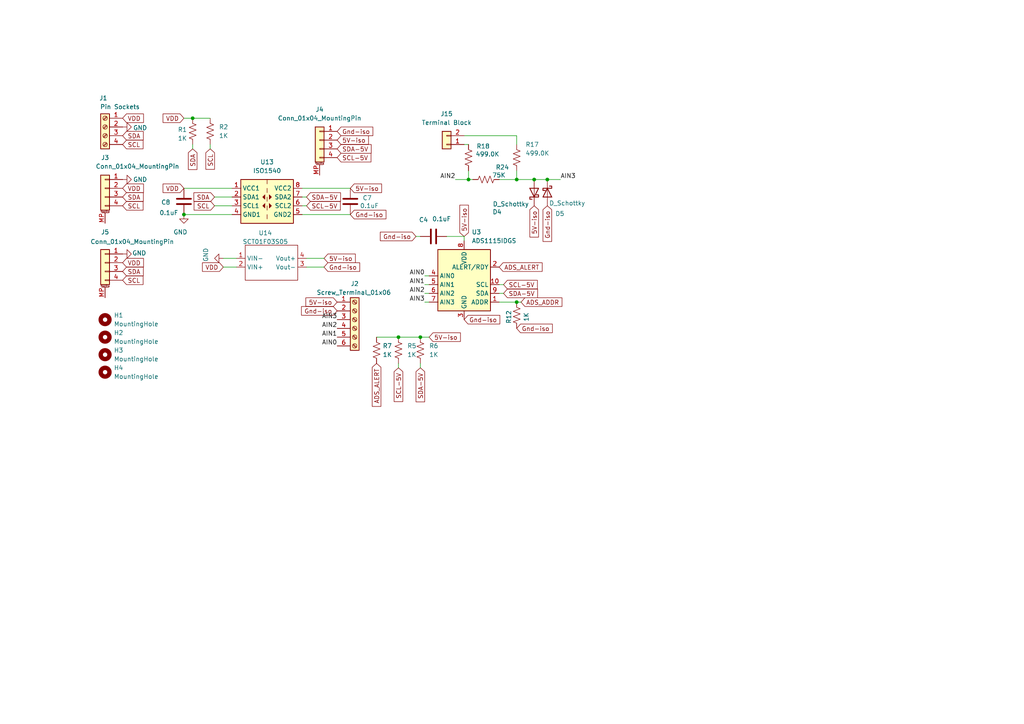
<source format=kicad_sch>
(kicad_sch (version 20250114) (generator "eeschema") (generator_version "9.0")
  (paper "A4")
  (lib_symbols
    (symbol "Analog_ADC:ADS1115IDGS"
      (property "Reference" "U" (at 2.54 13.97 0))
      (property "Value" "ADS1115IDGS" (at 7.62 11.43 0))
      (symbol "ADS1115IDGS_0_1"
        (rectangle (start -7.62 10.16) (end 7.62 -7.62) (stroke (width 0.254)) (fill (type background)))
      )
      (symbol "ADS1115IDGS_1_1"
        (pin input line (at -10.16 2.54 0) (length 2.54) (name "AIN0") (number "4"))
        (pin input line (at -10.16 0 0) (length 2.54) (name "AIN1") (number "5"))
        (pin input line (at -10.16 -2.54 0) (length 2.54) (name "AIN2") (number "6"))
        (pin input line (at -10.16 -5.08 0) (length 2.54) (name "AIN3") (number "7"))
        (pin power_in line (at 0 12.7 270) (length 2.54) (name "VDD") (number "8"))
        (pin power_in line (at 0 -10.16 90) (length 2.54) (name "GND") (number "3"))
        (pin output line (at 10.16 5.08 180) (length 2.54) (name "ALERT/RDY") (number "2"))
        (pin input line (at 10.16 0 180) (length 2.54) (name "SCL") (number "10"))
        (pin bidirectional line (at 10.16 -2.54 180) (length 2.54) (name "SDA") (number "9"))
        (pin input line (at 10.16 -5.08 180) (length 2.54) (name "ADDR") (number "1"))
      )
    )
    (symbol "Connector:Screw_Terminal_01x04" (pin_names (offset 1.016) (hide yes))
      (property "Reference" "J" (at 0 5.08 0))
      (property "Value" "Screw_Terminal_01x04" (at 0 -7.62 0))
      (symbol "Screw_Terminal_01x04_1_1"
        (rectangle (start -1.27 3.81) (end 1.27 -6.35) (stroke (width 0.254)) (fill (type background)))
        (polyline (pts (xy -0.5334 2.8702) (xy 0.3302 2.032)) (stroke (width 0.1524)))
        (polyline (pts (xy -0.5334 0.3302) (xy 0.3302 -0.508)) (stroke (width 0.1524)))
        (polyline (pts (xy -0.5334 -2.2098) (xy 0.3302 -3.048)) (stroke (width 0.1524)))
        (polyline (pts (xy -0.5334 -4.7498) (xy 0.3302 -5.588)) (stroke (width 0.1524)))
        (polyline (pts (xy -0.3556 3.048) (xy 0.508 2.2098)) (stroke (width 0.1524)))
        (polyline (pts (xy -0.3556 0.508) (xy 0.508 -0.3302)) (stroke (width 0.1524)))
        (polyline (pts (xy -0.3556 -2.032) (xy 0.508 -2.8702)) (stroke (width 0.1524)))
        (polyline (pts (xy -0.3556 -4.572) (xy 0.508 -5.4102)) (stroke (width 0.1524)))
        (circle (center 0 2.54) (radius 0.635) (stroke (width 0.1524)))
        (circle (center 0 0) (radius 0.635) (stroke (width 0.1524)))
        (circle (center 0 -2.54) (radius 0.635) (stroke (width 0.1524)))
        (circle (center 0 -5.08) (radius 0.635) (stroke (width 0.1524)))
        (pin passive line (at -5.08 2.54 0) (length 3.81) (name "Pin_1") (number "1"))
        (pin passive line (at -5.08 0 0) (length 3.81) (name "Pin_2") (number "2"))
        (pin passive line (at -5.08 -2.54 0) (length 3.81) (name "Pin_3") (number "3"))
        (pin passive line (at -5.08 -5.08 0) (length 3.81) (name "Pin_4") (number "4"))
      )
    )
    (symbol "Connector:Screw_Terminal_01x06" (pin_names (offset 1.016) (hide yes))
      (property "Reference" "J" (at 0 7.62 0))
      (property "Value" "Screw_Terminal_01x06" (at 0 -10.16 0))
      (symbol "Screw_Terminal_01x06_1_1"
        (rectangle (start -1.27 6.35) (end 1.27 -8.89) (stroke (width 0.254)) (fill (type background)))
        (polyline (pts (xy -0.5334 5.4102) (xy 0.3302 4.572)) (stroke (width 0.1524)))
        (polyline (pts (xy -0.5334 2.8702) (xy 0.3302 2.032)) (stroke (width 0.1524)))
        (polyline (pts (xy -0.5334 0.3302) (xy 0.3302 -0.508)) (stroke (width 0.1524)))
        (polyline (pts (xy -0.5334 -2.2098) (xy 0.3302 -3.048)) (stroke (width 0.1524)))
        (polyline (pts (xy -0.5334 -4.7498) (xy 0.3302 -5.588)) (stroke (width 0.1524)))
        (polyline (pts (xy -0.5334 -7.2898) (xy 0.3302 -8.128)) (stroke (width 0.1524)))
        (polyline (pts (xy -0.3556 5.588) (xy 0.508 4.7498)) (stroke (width 0.1524)))
        (polyline (pts (xy -0.3556 3.048) (xy 0.508 2.2098)) (stroke (width 0.1524)))
        (polyline (pts (xy -0.3556 0.508) (xy 0.508 -0.3302)) (stroke (width 0.1524)))
        (polyline (pts (xy -0.3556 -2.032) (xy 0.508 -2.8702)) (stroke (width 0.1524)))
        (polyline (pts (xy -0.3556 -4.572) (xy 0.508 -5.4102)) (stroke (width 0.1524)))
        (polyline (pts (xy -0.3556 -7.112) (xy 0.508 -7.9502)) (stroke (width 0.1524)))
        (circle (center 0 5.08) (radius 0.635) (stroke (width 0.1524)))
        (circle (center 0 2.54) (radius 0.635) (stroke (width 0.1524)))
        (circle (center 0 0) (radius 0.635) (stroke (width 0.1524)))
        (circle (center 0 -2.54) (radius 0.635) (stroke (width 0.1524)))
        (circle (center 0 -5.08) (radius 0.635) (stroke (width 0.1524)))
        (circle (center 0 -7.62) (radius 0.635) (stroke (width 0.1524)))
        (pin passive line (at -5.08 5.08 0) (length 3.81) (name "Pin_1") (number "1"))
        (pin passive line (at -5.08 2.54 0) (length 3.81) (name "Pin_2") (number "2"))
        (pin passive line (at -5.08 0 0) (length 3.81) (name "Pin_3") (number "3"))
        (pin passive line (at -5.08 -2.54 0) (length 3.81) (name "Pin_4") (number "4"))
        (pin passive line (at -5.08 -5.08 0) (length 3.81) (name "Pin_5") (number "5"))
        (pin passive line (at -5.08 -7.62 0) (length 3.81) (name "Pin_6") (number "6"))
      )
    )
    (symbol "Connector_Generic:Conn_01x02" (pin_names (offset 1.016) (hide yes))
      (property "Reference" "J" (at 0 2.54 0))
      (property "Value" "Conn_01x02" (at 0 -5.08 0))
      (symbol "Conn_01x02_1_1"
        (rectangle (start -1.27 1.27) (end 1.27 -3.81) (stroke (width 0.254)) (fill (type background)))
        (rectangle (start -1.27 0.127) (end 0 -0.127) (stroke (width 0.1524)))
        (rectangle (start -1.27 -2.413) (end 0 -2.667) (stroke (width 0.1524)))
        (pin passive line (at -5.08 0 0) (length 3.81) (name "Pin_1") (number "1"))
        (pin passive line (at -5.08 -2.54 0) (length 3.81) (name "Pin_2") (number "2"))
      )
    )
    (symbol "Connector_Generic_MountingPin:Conn_01x04_MountingPin" (pin_names (offset 1.016) (hide yes))
      (property "Reference" "J" (at 0 5.08 0))
      (property "Value" "Conn_01x04_MountingPin" (at 1.27 -7.62 0))
      (symbol "Conn_01x04_MountingPin_1_1"
        (rectangle (start -1.27 3.81) (end 1.27 -6.35) (stroke (width 0.254)) (fill (type background)))
        (rectangle (start -1.27 2.667) (end 0 2.413) (stroke (width 0.1524)))
        (rectangle (start -1.27 0.127) (end 0 -0.127) (stroke (width 0.1524)))
        (rectangle (start -1.27 -2.413) (end 0 -2.667) (stroke (width 0.1524)))
        (rectangle (start -1.27 -4.953) (end 0 -5.207) (stroke (width 0.1524)))
        (polyline (pts (xy -1.016 -7.112) (xy 1.016 -7.112)) (stroke (width 0.1524)))
        (text "Mounting" (at 0 -6.731 0) (effects (font (size 0.381 0.381))))
        (pin passive line (at -5.08 2.54 0) (length 3.81) (name "Pin_1") (number "1"))
        (pin passive line (at -5.08 0 0) (length 3.81) (name "Pin_2") (number "2"))
        (pin passive line (at -5.08 -2.54 0) (length 3.81) (name "Pin_3") (number "3"))
        (pin passive line (at -5.08 -5.08 0) (length 3.81) (name "Pin_4") (number "4"))
        (pin passive line (at 0 -10.16 90) (length 3.048) (name "MountPin") (number "MP"))
      )
    )
    (symbol "CustomAdded:RFM_0505"
      (property "Reference" "U" (at 0 0 0))
      (property "Value" "RFM-0505S" (at 0 0 0))
      (symbol "RFM_0505_0_1"
        (rectangle (start 1.27 -1.27) (end 16.51 -11.43))
      )
      (symbol "RFM_0505_1_1"
        (pin power_in line (at -1.27 -5.08 0) (length 2.54) (name "VIN-") (number "1"))
        (pin power_in line (at -1.27 -7.62 0) (length 2.54) (name "VIN+") (number "2"))
        (pin power_out line (at 19.05 -5.08 180) (length 2.54) (name "Vout+") (number "4"))
        (pin power_out line (at 19.05 -7.62 180) (length 2.54) (name "Vout-") (number "3"))
      )
    )
    (symbol "Device:C" (pin_numbers (hide yes)) (pin_names (offset 0.254))
      (property "Reference" "C" (at 0.635 2.54 0))
      (property "Value" "C" (at 0.635 -2.54 0))
      (symbol "C_0_1"
        (polyline (pts (xy -2.032 0.762) (xy 2.032 0.762)) (stroke (width 0.508)))
        (polyline (pts (xy -2.032 -0.762) (xy 2.032 -0.762)) (stroke (width 0.508)))
      )
      (symbol "C_1_1"
        (pin passive line (at 0 3.81 270) (length 2.794) (name "~") (number "1"))
        (pin passive line (at 0 -3.81 90) (length 2.794) (name "~") (number "2"))
      )
    )
    (symbol "Device:D_Schottky" (pin_numbers (hide yes)) (pin_names (offset 1.016) (hide yes))
      (property "Reference" "D" (at 0 2.54 0))
      (property "Value" "D_Schottky" (at 0 -2.54 0))
      (symbol "D_Schottky_0_1"
        (polyline (pts (xy -1.905 0.635) (xy -1.905 1.27) (xy -1.27 1.27) (xy -1.27 -1.27) (xy -0.635 -1.27) (xy -0.635 -0.635)) (stroke (width 0.254)))
        (polyline (pts (xy 1.27 1.27) (xy 1.27 -1.27) (xy -1.27 0) (xy 1.27 1.27)) (stroke (width 0.254)))
        (polyline (pts (xy 1.27 0) (xy -1.27 0)))
      )
      (symbol "D_Schottky_1_1"
        (pin passive line (at -3.81 0 0) (length 2.54) (name "K") (number "1"))
        (pin passive line (at 3.81 0 180) (length 2.54) (name "A") (number "2"))
      )
    )
    (symbol "Device:R_US" (pin_numbers (hide yes)) (pin_names (offset 0))
      (property "Reference" "R" (at 2.54 0 90))
      (property "Value" "R_US" (at -2.54 0 90))
      (symbol "R_US_0_1"
        (polyline (pts (xy 0 2.286) (xy 0 2.54)))
        (polyline (pts (xy 0 2.286) (xy 1.016 1.905) (xy 0 1.524) (xy -1.016 1.143) (xy 0 0.762)))
        (polyline (pts (xy 0 0.762) (xy 1.016 0.381) (xy 0 0) (xy -1.016 -0.381) (xy 0 -0.762)))
        (polyline (pts (xy 0 -0.762) (xy 1.016 -1.143) (xy 0 -1.524) (xy -1.016 -1.905) (xy 0 -2.286)))
        (polyline (pts (xy 0 -2.286) (xy 0 -2.54)))
      )
      (symbol "R_US_1_1"
        (pin passive line (at 0 3.81 270) (length 1.27) (name "~") (number "1"))
        (pin passive line (at 0 -3.81 90) (length 1.27) (name "~") (number "2"))
      )
    )
    (symbol "Isolator:ISO1540"
      (property "Reference" "U" (at -6.35 6.35 0))
      (property "Value" "ISO1540" (at 3.81 6.35 0))
      (symbol "ISO1540_0_1"
        (rectangle (start -7.62 5.08) (end 7.62 -7.62) (stroke (width 0.254)) (fill (type background)))
        (polyline (pts (xy -0.635 0.635) (xy -1.27 0) (xy -0.635 -0.635) (xy -0.635 0.635)) (fill (type outline)))
        (polyline (pts (xy 0 5.08) (xy 0 3.81)))
        (polyline (pts (xy 0 2.54) (xy 0 1.27)))
        (polyline (pts (xy 0 0) (xy 0 -1.27)))
        (polyline (pts (xy 0 -2.54) (xy 0 -3.81)))
        (rectangle (start 0 -5.08) (end 0 -6.35))
        (polyline (pts (xy 0.635 0.635) (xy 1.27 0) (xy 0.635 -0.635) (xy 0.635 0.635)) (fill (type outline)))
        (polyline (pts (xy 0.635 -1.905) (xy 1.27 -2.54) (xy 0.635 -3.175) (xy 0.635 -1.905)) (fill (type outline)))
      )
      (symbol "ISO1540_1_1"
        (polyline (pts (xy -0.635 -1.905) (xy -1.27 -2.54) (xy -0.635 -3.175) (xy -0.635 -1.905)) (fill (type outline)))
        (pin power_in line (at -10.16 2.54 0) (length 2.54) (name "VCC1") (number "1"))
        (pin bidirectional line (at -10.16 0 0) (length 2.54) (name "SDA1") (number "2"))
        (pin bidirectional line (at -10.16 -2.54 0) (length 2.54) (name "SCL1") (number "3"))
        (pin power_in line (at -10.16 -5.08 0) (length 2.54) (name "GND1") (number "4"))
        (pin power_in line (at 10.16 2.54 180) (length 2.54) (name "VCC2") (number "8"))
        (pin bidirectional line (at 10.16 0 180) (length 2.54) (name "SDA2") (number "7"))
        (pin bidirectional line (at 10.16 -2.54 180) (length 2.54) (name "SCL2") (number "6"))
        (pin power_in line (at 10.16 -5.08 180) (length 2.54) (name "GND2") (number "5"))
      )
    )
    (symbol "Mechanical:MountingHole" (pin_names (offset 1.016)) (in_bom no)
      (property "Reference" "H" (at 0 5.08 0))
      (property "Value" "MountingHole" (at 0 3.175 0))
      (symbol "MountingHole_0_1"
        (circle (center 0 0) (radius 1.27) (stroke (width 1.27)))
      )
    )
    (symbol "power:GND" (power) (pin_names (offset 0))
      (property "Value" "GND" (at 0 -3.81 0))
      (symbol "GND_0_1"
        (polyline (pts (xy 0 0) (xy 0 -1.27) (xy 1.27 -1.27) (xy 0 -2.54) (xy -1.27 -1.27) (xy 0 -1.27)))
      )
      (symbol "GND_1_1"
        (pin power_in line (at 0 0 270) (length 0) (hide yes) (name "GND") (number "1"))
      )
    )
  )
  (junction (at 53.34 62.23))
  (junction (at 149.86 87.63))
  (junction (at 149.86 52.07))
  (junction (at 154.94 52.07))
  (junction (at 135.89 52.07))
  (junction (at 121.92 97.79))
  (junction (at 115.57 97.79))
  (junction (at 158.75 52.07))
  (junction (at 55.88 34.29))
  (wire (pts (xy 149.86 52.07) (xy 154.94 52.07)))
  (wire (pts (xy 62.23 59.69) (xy 67.31 59.69)))
  (wire (pts (xy 123.19 80.01) (xy 124.46 80.01)))
  (wire (pts (xy 134.62 39.37) (xy 149.86 39.37)))
  (wire (pts (xy 55.88 34.29) (xy 53.34 34.29)))
  (wire (pts (xy 115.57 97.79) (xy 121.92 97.79)))
  (wire (pts (xy 149.86 52.07) (xy 149.86 49.53)))
  (wire (pts (xy 87.63 54.61) (xy 101.6 54.61)))
  (wire (pts (xy 60.96 43.18) (xy 60.96 41.91)))
  (wire (pts (xy 121.92 97.79) (xy 124.46 97.79)))
  (wire (pts (xy 162.56 52.07) (xy 158.75 52.07)))
  (wire (pts (xy 149.86 87.63) (xy 151.13 87.63)))
  (wire (pts (xy 123.19 87.63) (xy 124.46 87.63)))
  (wire (pts (xy 62.23 57.15) (xy 67.31 57.15)))
  (wire (pts (xy 121.92 106.68) (xy 121.92 105.41)))
  (wire (pts (xy 64.77 77.47) (xy 68.58 77.47)))
  (wire (pts (xy 87.63 62.23) (xy 101.6 62.23)))
  (wire (pts (xy 135.89 52.07) (xy 137.16 52.07)))
  (wire (pts (xy 53.34 62.23) (xy 67.31 62.23)))
  (wire (pts (xy 135.89 52.07) (xy 135.89 49.53)))
  (wire (pts (xy 134.62 68.58) (xy 129.54 68.58)))
  (wire (pts (xy 88.9 59.69) (xy 87.63 59.69)))
  (wire (pts (xy 154.94 52.07) (xy 158.75 52.07)))
  (wire (pts (xy 123.19 85.09) (xy 124.46 85.09)))
  (wire (pts (xy 134.62 68.58) (xy 134.62 69.85)))
  (wire (pts (xy 149.86 39.37) (xy 149.86 41.91)))
  (wire (pts (xy 144.78 85.09) (xy 146.05 85.09)))
  (wire (pts (xy 109.22 97.79) (xy 115.57 97.79)))
  (wire (pts (xy 144.78 82.55) (xy 146.05 82.55)))
  (wire (pts (xy 64.77 74.93) (xy 68.58 74.93)))
  (wire (pts (xy 115.57 106.68) (xy 115.57 105.41)))
  (wire (pts (xy 144.78 52.07) (xy 149.86 52.07)))
  (wire (pts (xy 55.88 43.18) (xy 55.88 41.91)))
  (wire (pts (xy 135.89 41.91) (xy 134.62 41.91)))
  (wire (pts (xy 121.92 68.58) (xy 120.65 68.58)))
  (wire (pts (xy 88.9 77.47) (xy 93.98 77.47)))
  (wire (pts (xy 132.08 52.07) (xy 135.89 52.07)))
  (wire (pts (xy 88.9 57.15) (xy 87.63 57.15)))
  (wire (pts (xy 53.34 54.61) (xy 67.31 54.61)))
  (wire (pts (xy 123.19 82.55) (xy 124.46 82.55)))
  (wire (pts (xy 144.78 87.63) (xy 149.86 87.63)))
  (wire (pts (xy 55.88 34.29) (xy 60.96 34.29)))
  (wire (pts (xy 88.9 74.93) (xy 93.98 74.93)))
  (label "AIN2" (at 132.08 52.07 180))
  (label "AIN3" (at 123.19 87.63 180))
  (label "AIN0" (at 97.79 100.33 180))
  (label "AIN1" (at 97.79 97.79 180))
  (label "AIN0" (at 123.19 80.01 180))
  (label "AIN3" (at 97.79 92.71 180))
  (label "AIN2" (at 123.19 85.09 180))
  (label "AIN2" (at 97.79 95.25 180))
  (label "AIN1" (at 123.19 82.55 180))
  (label "AIN3" (at 162.56 52.07 0))
  (global_label "SCL" (shape input) (at 35.56 81.28 0) (property "Intersheetrefs" "${INTERSHEET_REFS}" (effects (hide yes))))
  (global_label "SCL" (shape input) (at 62.23 59.69 180) (property "Intersheetrefs" "${INTERSHEET_REFS}" (effects (hide yes))))
  (global_label "5V-iso" (shape input) (at 154.94 59.69 270) (property "Intersheetrefs" "${INTERSHEET_REFS}" (effects (hide yes))))
  (global_label "SCL" (shape input) (at 35.56 41.91 0) (property "Intersheetrefs" "${INTERSHEET_REFS}" (effects (hide yes))))
  (global_label "VDD" (shape input) (at 53.34 54.61 180) (property "Intersheetrefs" "${INTERSHEET_REFS}" (effects (hide yes))))
  (global_label "ADS_ADDR" (shape input) (at 151.13 87.63 0) (property "Intersheetrefs" "${INTERSHEET_REFS}" (effects (hide yes))))
  (global_label "SCL-5V" (shape input) (at 88.9 59.69 0) (property "Intersheetrefs" "${INTERSHEET_REFS}" (effects (hide yes))))
  (global_label "VDD" (shape input) (at 64.77 77.47 180) (property "Intersheetrefs" "${INTERSHEET_REFS}" (effects (hide yes))))
  (global_label "VDD" (shape input) (at 53.34 34.29 180) (property "Intersheetrefs" "${INTERSHEET_REFS}" (effects (hide yes))))
  (global_label "5V-iso" (shape input) (at 101.6 54.61 0) (property "Intersheetrefs" "${INTERSHEET_REFS}" (effects (hide yes))))
  (global_label "VDD" (shape input) (at 35.56 76.2 0) (property "Intersheetrefs" "${INTERSHEET_REFS}" (effects (hide yes))))
  (global_label "SDA-5V" (shape input) (at 121.92 106.68 270) (property "Intersheetrefs" "${INTERSHEET_REFS}" (effects (hide yes))))
  (global_label "SDA" (shape input) (at 35.56 57.15 0) (property "Intersheetrefs" "${INTERSHEET_REFS}" (effects (hide yes))))
  (global_label "Gnd-iso" (shape input) (at 158.75 59.69 270) (property "Intersheetrefs" "${INTERSHEET_REFS}" (effects (hide yes))))
  (global_label "Gnd-iso" (shape input) (at 97.79 90.17 180) (property "Intersheetrefs" "${INTERSHEET_REFS}" (effects (hide yes))))
  (global_label "Gnd-iso" (shape input) (at 134.62 92.71 0) (property "Intersheetrefs" "${INTERSHEET_REFS}" (effects (hide yes))))
  (global_label "Gnd-iso" (shape input) (at 120.65 68.58 180) (property "Intersheetrefs" "${INTERSHEET_REFS}" (effects (hide yes))))
  (global_label "Gnd-iso" (shape input) (at 97.79 38.1 0) (property "Intersheetrefs" "${INTERSHEET_REFS}" (effects (hide yes))))
  (global_label "5V-iso" (shape input) (at 124.46 97.79 0) (property "Intersheetrefs" "${INTERSHEET_REFS}" (effects (hide yes))))
  (global_label "5V-iso" (shape input) (at 97.79 87.63 180) (property "Intersheetrefs" "${INTERSHEET_REFS}" (effects (hide yes))))
  (global_label "SDA" (shape input) (at 35.56 39.37 0) (property "Intersheetrefs" "${INTERSHEET_REFS}" (effects (hide yes))))
  (global_label "SDA-5V" (shape input) (at 88.9 57.15 0) (property "Intersheetrefs" "${INTERSHEET_REFS}" (effects (hide yes))))
  (global_label "SCL-5V" (shape input) (at 115.57 106.68 270) (property "Intersheetrefs" "${INTERSHEET_REFS}" (effects (hide yes))))
  (global_label "SCL-5V" (shape input) (at 97.79 45.72 0) (property "Intersheetrefs" "${INTERSHEET_REFS}" (effects (hide yes))))
  (global_label "VDD" (shape input) (at 35.56 34.29 0) (property "Intersheetrefs" "${INTERSHEET_REFS}" (effects (hide yes))))
  (global_label "SCL" (shape input) (at 60.96 43.18 270) (property "Intersheetrefs" "${INTERSHEET_REFS}" (effects (hide yes))))
  (global_label "VDD" (shape input) (at 35.56 54.61 0) (property "Intersheetrefs" "${INTERSHEET_REFS}" (effects (hide yes))))
  (global_label "Gnd-iso" (shape input) (at 149.86 95.25 0) (property "Intersheetrefs" "${INTERSHEET_REFS}" (effects (hide yes))))
  (global_label "Gnd-iso" (shape input) (at 93.98 77.47 0) (property "Intersheetrefs" "${INTERSHEET_REFS}" (effects (hide yes))))
  (global_label "SDA-5V" (shape input) (at 146.05 85.09 0) (property "Intersheetrefs" "${INTERSHEET_REFS}" (effects (hide yes))))
  (global_label "Gnd-iso" (shape input) (at 101.6 62.23 0) (property "Intersheetrefs" "${INTERSHEET_REFS}" (effects (hide yes))))
  (global_label "5V-iso" (shape input) (at 93.98 74.93 0) (property "Intersheetrefs" "${INTERSHEET_REFS}" (effects (hide yes))))
  (global_label "5V-iso" (shape input) (at 134.62 68.58 90) (property "Intersheetrefs" "${INTERSHEET_REFS}" (effects (hide yes))))
  (global_label "SDA-5V" (shape input) (at 97.79 43.18 0) (property "Intersheetrefs" "${INTERSHEET_REFS}" (effects (hide yes))))
  (global_label "SCL" (shape input) (at 35.56 59.69 0) (property "Intersheetrefs" "${INTERSHEET_REFS}" (effects (hide yes))))
  (global_label "SDA" (shape input) (at 55.88 43.18 270) (property "Intersheetrefs" "${INTERSHEET_REFS}" (effects (hide yes))))
  (global_label "SDA" (shape input) (at 62.23 57.15 180) (property "Intersheetrefs" "${INTERSHEET_REFS}" (effects (hide yes))))
  (global_label "ADS_ALERT" (shape input) (at 109.22 105.41 270) (property "Intersheetrefs" "${INTERSHEET_REFS}" (effects (hide yes))))
  (global_label "ADS_ALERT" (shape input) (at 144.78 77.47 0) (property "Intersheetrefs" "${INTERSHEET_REFS}" (effects (hide yes))))
  (global_label "5V-iso" (shape input) (at 97.79 40.64 0) (property "Intersheetrefs" "${INTERSHEET_REFS}" (effects (hide yes))))
  (global_label "SCL-5V" (shape input) (at 146.05 82.55 0) (property "Intersheetrefs" "${INTERSHEET_REFS}" (effects (hide yes))))
  (global_label "SDA" (shape input) (at 35.56 78.74 0) (property "Intersheetrefs" "${INTERSHEET_REFS}" (effects (hide yes))))
  (symbol (lib_id "Connector:Screw_Terminal_01x04") (at 30.48 36.83 0) (mirror y) (unit 1)
    (property "Reference" "J1" (at 29.972 28.448 0))
    (property "Value" "Pin Sockets" (at 34.798 30.988 0))
    (property "Footprint" "Connector_PinHeader_2.54mm:PinHeader_1x04_P2.54mm_Vertical" (effects (hide yes)))
    (property "Description" "Generic screw terminal, single row, 01x04, script generated (kicad-library-utils/schlib/autogen/connector/)" (effects (hide yes)))
  )
  (symbol (lib_id "CustomAdded:RFM_0505") (at 69.85 69.85 0) (unit 1)
    (property "Reference" "U14" (at 76.962 67.564 0))
    (property "Value" "SCT01F03S05" (at 76.962 70.104 0))
    (property "Footprint" "Library:XP SCT01F03S05" (effects (hide yes)))
    (property "Datasheet" "https://www.xppower.com/storage/portals/0/pdfs/SF_SCT01F.pdf" (effects (hide yes)))
    (property "Cost (10+)" "2.51" (effects (hide yes)))
    (property "DigiKey Link" "https://www.digikey.com/en/products/detail/xp-power/SCT01F03S05/26667143" (effects (hide yes)))
  )
  (symbol (lib_id "Analog_ADC:ADS1115IDGS") (at 134.62 82.55 0) (unit 1)
    (property "Reference" "U3" (at 136.8141 67.31 0) (effects (justify left)))
    (property "Value" "ADS1115IDGS" (at 136.8141 69.85 0) (effects (justify left)))
    (property "Footprint" "Package_SO:TSSOP-10_3x3mm_P0.5mm" (effects (hide yes)))
    (property "Datasheet" "http://www.ti.com/lit/ds/symlink/ads1113.pdf" (effects (hide yes)))
    (property "Description" "Ultra-Small, Low-Power, I2C-Compatible, 860-SPS, 16-Bit ADCs With Internal Reference, Oscillator, and Programmable Comparator, VSSOP-10" (effects (hide yes)))
    (property "ValueTemp" "ADS1115IDGS" (effects (hide yes)))
    (property "Cost (10+)" "2.23" (effects (hide yes)))
    (property "DigiKey Link" "https://www.digikey.com/en/products/detail/texas-instruments/ADS1015IDGSR/2231559" (effects (hide yes)))
  )
  (symbol (lib_id "Connector_Generic_MountingPin:Conn_01x04_MountingPin") (at 92.71 40.64 0) (mirror y) (unit 1)
    (property "Reference" "J4" (at 92.71 31.75 0))
    (property "Value" "Conn_01x04_MountingPin" (at 92.71 34.29 0))
    (property "Footprint" "Connector_JST:JST_SH_SM04B-SRSS-TB_1x04-1MP_P1.00mm_Horizontal" (effects (hide yes)))
    (property "Description" "Generic connectable mounting pin connector, single row, 01x04, script generated (kicad-library-utils/schlib/autogen/connector/)" (effects (hide yes)))
    (property "Cost (10+)" "0.42" (effects (hide yes)))
    (property "DigiKey Link" "https://www.digikey.com/en/products/detail/jst-sales-america-inc/SM04B-SRSS-TB/926710" (effects (hide yes)))
  )
  (symbol (lib_id "Device:R_US") (at 121.92 101.6 0) (unit 1)
    (property "Reference" "R6" (at 124.46 100.3299 0) (effects (justify left)))
    (property "Value" "1K" (at 124.46 102.8699 0) (effects (justify left)))
    (property "Footprint" "Resistor_SMD:R_0805_2012Metric_Pad1.20x1.40mm_HandSolder" (effects (hide yes)))
    (property "Description" "Resistor, US symbol" (effects (hide yes)))
    (property "Cost (10+)" "0.03" (effects (hide yes)))
    (property "DigiKey Link" "https://www.digikey.com/en/products/detail/susumu/RR1220P-102-D/432291" (effects (hide yes)))
  )
  (symbol (lib_id "Device:R_US") (at 149.86 45.72 0) (unit 1)
    (property "Reference" "R17" (at 152.4 41.91 0) (effects (justify left)))
    (property "Value" "499.0K" (at 152.4 44.45 0) (effects (justify left)))
    (property "Footprint" "Resistor_SMD:R_0805_2012Metric_Pad1.20x1.40mm_HandSolder" (effects (hide yes)))
    (property "Description" "Resistor, US symbol" (effects (hide yes)))
    (property "ValueTemp" "75K" (effects (hide yes)))
    (property "Function" "V Signal Divider" (effects (hide yes)))
    (property "Cost (10+)" "0.08" (effects (hide yes)))
    (property "DigiKey Link" "https://www.digikey.com/en/products/detail/susumu/RG2012P-4993-B-T5/1240783" (effects (hide yes)))
  )
  (symbol (lib_id "Device:R_US") (at 60.96 38.1 0) (unit 1)
    (property "Reference" "R2" (at 63.5 36.8299 0) (effects (justify left)))
    (property "Value" "1K" (at 63.5 39.3699 0) (effects (justify left)))
    (property "Footprint" "Resistor_SMD:R_0805_2012Metric_Pad1.20x1.40mm_HandSolder" (effects (hide yes)))
    (property "Description" "Resistor, US symbol" (effects (hide yes)))
    (property "Cost (10+)" "0.03" (effects (hide yes)))
    (property "DigiKey Link" "https://www.digikey.com/en/products/detail/susumu/RR1220P-102-D/432291" (effects (hide yes)))
  )
  (symbol (lib_id "Device:D_Schottky") (at 158.75 55.88 270) (unit 1)
    (property "Reference" "D5" (at 161.036 61.976 90) (effects (justify left)))
    (property "Value" "D_Schottky" (at 159.258 58.928 90) (effects (justify left)))
    (property "Footprint" "Diode_SMD:D_SOD-123" (effects (hide yes)))
    (property "Description" "Schottky diode" (effects (hide yes)))
    (property "Function" "Overvoltage Proection" (effects (hide yes)))
    (property "Cost (10+)" "0.05" (effects (hide yes)))
    (property "DigiKey Link" "https://www.digikey.com/en/products/detail/onsemi/BAT54T1G/918319" (effects (hide yes)))
  )
  (symbol (lib_id "power:GND") (at 64.77 74.93 270) (unit 1)
    (property "Reference" "#PWR025" (effects (hide yes)))
    (property "Value" "GND" (at 59.69 73.914 0))
    (property "Description" "Power symbol creates a global label with name \"GND\" , ground" (effects (hide yes)))
  )
  (symbol (lib_id "power:GND") (at 35.56 73.66 90) (unit 1)
    (property "Reference" "#PWR04" (effects (hide yes)))
    (property "Value" "GND" (at 40.386 73.406 90))
    (property "Description" "Power symbol creates a global label with name \"GND\" , ground" (effects (hide yes)))
  )
  (symbol (lib_id "Connector_Generic_MountingPin:Conn_01x04_MountingPin") (at 30.48 54.61 0) (mirror y) (unit 1)
    (property "Reference" "J3" (at 30.48 45.72 0))
    (property "Value" "Conn_01x04_MountingPin" (at 39.878 48.26 0))
    (property "Footprint" "Connector_JST:JST_SH_SM04B-SRSS-TB_1x04-1MP_P1.00mm_Horizontal" (effects (hide yes)))
    (property "Description" "Generic connectable mounting pin connector, single row, 01x04, script generated (kicad-library-utils/schlib/autogen/connector/)" (effects (hide yes)))
    (property "Cost (10+)" "0.42" (effects (hide yes)))
    (property "DigiKey Link" "https://www.digikey.com/en/products/detail/jst-sales-america-inc/SM04B-SRSS-TB/926710" (effects (hide yes)))
  )
  (symbol (lib_id "Connector:Screw_Terminal_01x06") (at 102.87 92.71 0) (unit 1)
    (property "Reference" "J2" (at 102.87 82.296 0))
    (property "Value" "Screw_Terminal_01x06" (at 102.616 84.836 0))
    (property "Footprint" "Connector_PinHeader_2.54mm:PinHeader_1x06_P2.54mm_Vertical" (effects (hide yes)))
    (property "Description" "Generic screw terminal, single row, 01x06, script generated (kicad-library-utils/schlib/autogen/connector/)" (effects (hide yes)))
  )
  (symbol (lib_id "Device:R_US") (at 55.88 38.1 0) (unit 1)
    (property "Reference" "R1" (at 51.562 37.592 0) (effects (justify left)))
    (property "Value" "1K" (at 51.562 40.132 0) (effects (justify left)))
    (property "Footprint" "Resistor_SMD:R_0805_2012Metric_Pad1.20x1.40mm_HandSolder" (effects (hide yes)))
    (property "Description" "Resistor, US symbol" (effects (hide yes)))
    (property "Cost (10+)" "0.03" (effects (hide yes)))
    (property "DigiKey Link" "https://www.digikey.com/en/products/detail/susumu/RR1220P-102-D/432291" (effects (hide yes)))
  )
  (symbol (lib_id "Mechanical:MountingHole") (at 30.48 102.87 0) (unit 1) (in_bom no)
    (property "Reference" "H3" (at 33.02 101.5999 0) (effects (justify left)))
    (property "Value" "MountingHole" (at 33.02 104.1399 0) (effects (justify left)))
    (property "Footprint" "MountingHole:MountingHole_3.2mm_M3_DIN965_Pad_TopBottom" (effects (hide yes)))
    (property "Description" "Mounting Hole without connection" (effects (hide yes)))
  )
  (symbol (lib_id "Device:R_US") (at 149.86 91.44 0) (unit 1)
    (property "Reference" "R12" (at 147.574 91.948 90))
    (property "Value" "1K" (at 152.654 91.948 90))
    (property "Footprint" "Resistor_SMD:R_0805_2012Metric_Pad1.20x1.40mm_HandSolder" (effects (hide yes)))
    (property "Description" "Resistor, US symbol" (effects (hide yes)))
    (property "Function" "BJTCurrentLimit1" (effects (hide yes)))
    (property "Cost (10+)" "0.03" (effects (hide yes)))
    (property "DigiKey Link" "https://www.digikey.com/en/products/detail/susumu/RR1220P-102-D/432291" (effects (hide yes)))
  )
  (symbol (lib_id "Connector_Generic:Conn_01x02") (at 129.54 41.91 180) (unit 1)
    (property "Reference" "J15" (at 129.54 33.02 0))
    (property "Value" "Terminal Block" (at 129.54 35.56 0))
    (property "Footprint" "TerminalBlock_Phoenix:TerminalBlock_Phoenix_MKDS-3-2-5.08_1x02_P5.08mm_Horizontal" (effects (hide yes)))
    (property "Description" "Generic connector, single row, 01x02, script generated (kicad-library-utils/schlib/autogen/connector/)" (effects (hide yes)))
    (property "ValueTemp" "Barrel_Jack" (effects (hide yes)))
  )
  (symbol (lib_id "Mechanical:MountingHole") (at 30.48 107.95 0) (unit 1) (in_bom no)
    (property "Reference" "H4" (at 33.02 106.6799 0) (effects (justify left)))
    (property "Value" "MountingHole" (at 33.02 109.2199 0) (effects (justify left)))
    (property "Footprint" "MountingHole:MountingHole_3.2mm_M3_DIN965_Pad_TopBottom" (effects (hide yes)))
    (property "Description" "Mounting Hole without connection" (effects (hide yes)))
  )
  (symbol (lib_id "Isolator:ISO1540") (at 77.47 57.15 0) (unit 1)
    (property "Reference" "U13" (at 77.47 46.99 0))
    (property "Value" "ISO1540" (at 77.47 49.53 0))
    (property "Footprint" "Package_SO:SOIC-8_3.9x4.9mm_P1.27mm" (effects (hide yes)))
    (property "Datasheet" "http://www.ti.com/lit/ds/symlink/iso1541.pdf" (effects (hide yes)))
    (property "Description" "I2C Isolator, 2.5 kVrms, Bidirectional clock and data, SOIC-8" (effects (hide yes)))
    (property "Cost (10+)" "3.45" (effects (hide yes)))
    (property "DigiKey Link" "https://www.digikey.com/en/products/detail/texas-instruments/ISO1540DR/3587222" (effects (hide yes)))
  )
  (symbol (lib_id "Mechanical:MountingHole") (at 30.48 92.71 0) (unit 1) (in_bom no)
    (property "Reference" "H1" (at 33.02 91.4399 0) (effects (justify left)))
    (property "Value" "MountingHole" (at 33.02 93.9799 0) (effects (justify left)))
    (property "Footprint" "MountingHole:MountingHole_3.2mm_M3_DIN965_Pad_TopBottom" (effects (hide yes)))
    (property "Description" "Mounting Hole without connection" (effects (hide yes)))
  )
  (symbol (lib_id "power:GND") (at 35.56 52.07 90) (unit 1)
    (property "Reference" "#PWR03" (effects (hide yes)))
    (property "Value" "GND" (at 40.64 52.07 90))
    (property "Description" "Power symbol creates a global label with name \"GND\" , ground" (effects (hide yes)))
  )
  (symbol (lib_id "power:GND") (at 53.34 62.23 0) (unit 1)
    (property "Reference" "#PWR026" (effects (hide yes)))
    (property "Value" "GND" (at 52.324 67.31 0))
    (property "Description" "Power symbol creates a global label with name \"GND\" , ground" (effects (hide yes)))
  )
  (symbol (lib_id "Device:D_Schottky") (at 154.94 55.88 90) (unit 1)
    (property "Reference" "D4" (at 145.542 61.468 90) (effects (justify left)))
    (property "Value" "D_Schottky" (at 153.416 59.182 90) (effects (justify left)))
    (property "Footprint" "Diode_SMD:D_SOD-123" (effects (hide yes)))
    (property "Description" "Schottky diode" (effects (hide yes)))
    (property "Function" "Overvoltage Proection" (effects (hide yes)))
    (property "Cost (10+)" "0.05" (effects (hide yes)))
    (property "DigiKey Link" "https://www.digikey.com/en/products/detail/onsemi/BAT54T1G/918319" (effects (hide yes)))
  )
  (symbol (lib_id "power:GND") (at 35.56 36.83 90) (unit 1)
    (property "Reference" "#PWR02" (effects (hide yes)))
    (property "Value" "GND" (at 40.64 37.084 90))
    (property "Description" "Power symbol creates a global label with name \"GND\" , ground" (effects (hide yes)))
  )
  (symbol (lib_id "Device:C") (at 125.73 68.58 90) (unit 1)
    (property "Reference" "C4" (at 124.206 63.754 90) (effects (justify left)))
    (property "Value" "0.1uF" (at 130.81 63.5 90) (effects (justify left)))
    (property "Footprint" "Capacitor_SMD:C_0805_2012Metric_Pad1.18x1.45mm_HandSolder" (effects (hide yes)))
    (property "Description" "Unpolarized capacitor" (effects (hide yes)))
    (property "Function" "ADS Vdd Input Filter" (effects (hide yes)))
    (property "Cost (10+)" "0.016" (effects (hide yes)))
    (property "DigiKey Link" "https://www.digikey.com/en/products/detail/kemet/C0805C104K5RACTU/411169" (effects (hide yes)))
  )
  (symbol (lib_id "Device:R_US") (at 140.97 52.07 270) (unit 1)
    (property "Reference" "R24" (at 143.764 48.514 90) (effects (justify left)))
    (property "Value" "75K" (at 142.748 50.8 90) (effects (justify left)))
    (property "Footprint" "Resistor_SMD:R_0805_2012Metric_Pad1.20x1.40mm_HandSolder" (effects (hide yes)))
    (property "Description" "Resistor, US symbol" (effects (hide yes)))
    (property "Function" "V REF Divider" (effects (hide yes)))
    (property "Cost (10+)" "0.06" (effects (hide yes)))
    (property "DigiKey Link" "https://www.digikey.com/en/products/detail/panasonic-electronic-components/ERA-6AEB753V/1465794" (effects (hide yes)))
  )
  (symbol (lib_id "Mechanical:MountingHole") (at 30.48 97.79 0) (unit 1) (in_bom no)
    (property "Reference" "H2" (at 33.02 96.5199 0) (effects (justify left)))
    (property "Value" "MountingHole" (at 33.02 99.0599 0) (effects (justify left)))
    (property "Footprint" "MountingHole:MountingHole_3.2mm_M3_DIN965_Pad_TopBottom" (effects (hide yes)))
    (property "Description" "Mounting Hole without connection" (effects (hide yes)))
  )
  (symbol (lib_id "Device:R_US") (at 109.22 101.6 0) (unit 1)
    (property "Reference" "R7" (at 110.998 100.33 0) (effects (justify left)))
    (property "Value" "1K" (at 110.998 102.87 0) (effects (justify left)))
    (property "Footprint" "Resistor_SMD:R_0805_2012Metric_Pad1.20x1.40mm_HandSolder" (effects (hide yes)))
    (property "Description" "Resistor, US symbol" (effects (hide yes)))
    (property "Cost (10+)" "0.03" (effects (hide yes)))
    (property "DigiKey Link" "https://www.digikey.com/en/products/detail/susumu/RR1220P-102-D/432291" (effects (hide yes)))
  )
  (symbol (lib_id "Device:R_US") (at 135.89 45.72 0) (unit 1)
    (property "Reference" "R18" (at 138.176 42.418 0) (effects (justify left)))
    (property "Value" "499.0K" (at 137.922 44.704 0) (effects (justify left)))
    (property "Footprint" "Resistor_SMD:R_0805_2012Metric_Pad1.20x1.40mm_HandSolder" (effects (hide yes)))
    (property "Description" "Resistor, US symbol" (effects (hide yes)))
    (property "Function" "V REF Divider" (effects (hide yes)))
    (property "Cost (10+)" "0.08" (effects (hide yes)))
    (property "DigiKey Link" "https://www.digikey.com/en/products/detail/susumu/RG2012P-4993-B-T5/1240783" (effects (hide yes)))
  )
  (symbol (lib_id "Device:R_US") (at 115.57 101.6 0) (unit 1)
    (property "Reference" "R5" (at 118.11 100.3299 0) (effects (justify left)))
    (property "Value" "1K" (at 118.11 102.8699 0) (effects (justify left)))
    (property "Footprint" "Resistor_SMD:R_0805_2012Metric_Pad1.20x1.40mm_HandSolder" (effects (hide yes)))
    (property "Description" "Resistor, US symbol" (effects (hide yes)))
    (property "Cost (10+)" "0.03" (effects (hide yes)))
    (property "DigiKey Link" "https://www.digikey.com/en/products/detail/susumu/RR1220P-102-D/432291" (effects (hide yes)))
  )
  (symbol (lib_id "Device:C") (at 53.34 58.42 0) (unit 1)
    (property "Reference" "C8" (at 46.736 58.674 0) (effects (justify left)))
    (property "Value" "0.1uF" (at 46.228 61.722 0) (effects (justify left)))
    (property "Footprint" "Capacitor_SMD:C_0805_2012Metric_Pad1.18x1.45mm_HandSolder" (effects (hide yes)))
    (property "Description" "Unpolarized capacitor" (effects (hide yes)))
    (property "ValueTemp" "2.2uF Unpolarized" (effects (hide yes)))
    (property "Function" "R Circuit Smoothing" (effects (hide yes)))
    (property "Cost (10+)" "0.016" (effects (hide yes)))
    (property "DigiKey Link" "https://www.digikey.com/en/products/detail/kemet/C0805C104K5RACTU/411169" (effects (hide yes)))
  )
  (symbol (lib_id "Connector_Generic_MountingPin:Conn_01x04_MountingPin") (at 30.48 76.2 0) (mirror y) (unit 1)
    (property "Reference" "J5" (at 30.48 67.31 0))
    (property "Value" "Conn_01x04_MountingPin" (at 38.354 70.104 0))
    (property "Footprint" "Connector_JST:JST_SH_SM04B-SRSS-TB_1x04-1MP_P1.00mm_Horizontal" (effects (hide yes)))
    (property "Description" "Generic connectable mounting pin connector, single row, 01x04, script generated (kicad-library-utils/schlib/autogen/connector/)" (effects (hide yes)))
    (property "Cost (10+)" "0.42" (effects (hide yes)))
    (property "DigiKey Link" "https://www.digikey.com/en/products/detail/jst-sales-america-inc/SM04B-SRSS-TB/926710" (effects (hide yes)))
  )
  (symbol (lib_id "Device:C") (at 101.6 58.42 0) (unit 1)
    (property "Reference" "C7" (at 105.156 57.404 0) (effects (justify left)))
    (property "Value" "0.1uF" (at 104.394 59.69 0) (effects (justify left)))
    (property "Footprint" "Capacitor_SMD:C_0805_2012Metric_Pad1.18x1.45mm_HandSolder" (effects (hide yes)))
    (property "Description" "Unpolarized capacitor" (effects (hide yes)))
    (property "ValueTemp" "2.2uF Unpolarized" (effects (hide yes)))
    (property "Function" "R Circuit Smoothing" (effects (hide yes)))
    (property "Cost (10+)" "0.016" (effects (hide yes)))
    (property "DigiKey Link" "https://www.digikey.com/en/products/detail/kemet/C0805C104K5RACTU/411169" (effects (hide yes)))
  )
)
</source>
